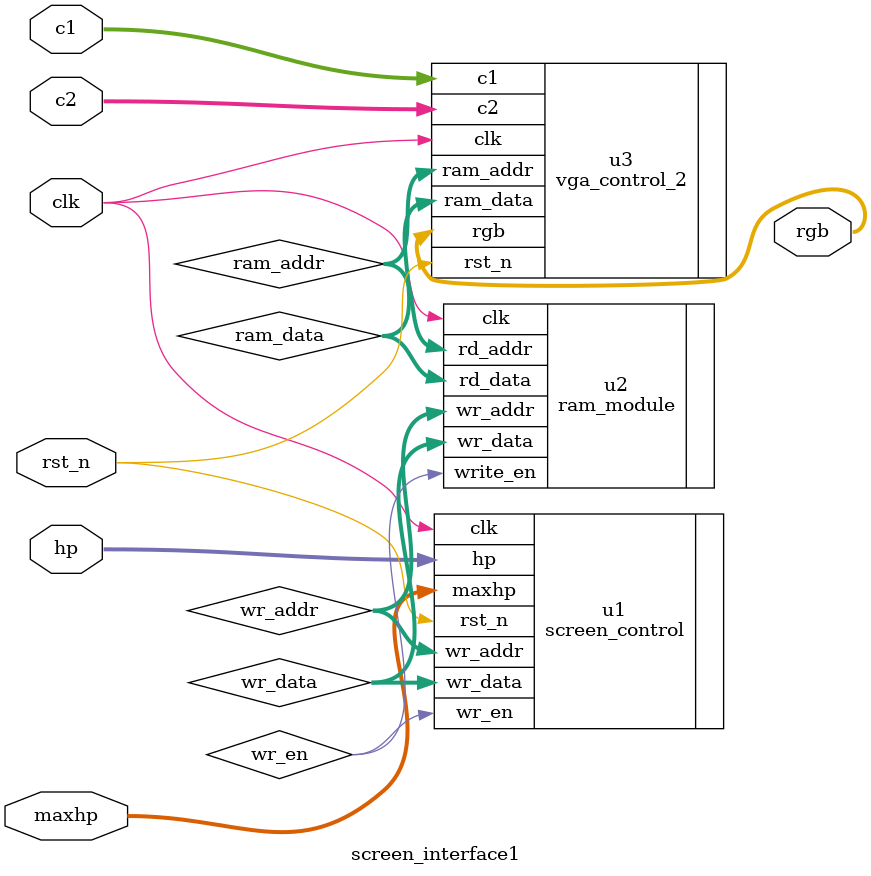
<source format=v>
module screen_interface1
(
    input clk,
    input rst_n,
    input [10:0] c1,
    input [10:0] c2,
    input [7:0] hp,
    input [7:0] maxhp,
    output [2:0]rgb
);

    wire wr_en;
    wire [10:0] wr_addr;
    wire [7:0]  wr_data;

    screen_control u1
    (
        .clk(clk),
        .rst_n(rst_n),
        .hp(hp),
        .maxhp(maxhp),
        .wr_en(wr_en),
        .wr_addr(wr_addr),
        .wr_data(wr_data)
    );
    
    wire [10:0] ram_addr;
    wire [7:0]  ram_data;
    
    ram_module u2
    (
        .clk(clk),
        // .rst_n(rst_n),
        .write_en(wr_en),
        .wr_addr(wr_addr),
        .wr_data(wr_data),
        .rd_addr(ram_addr),
        .rd_data(ram_data)
    );


    vga_control_2 u3
    (
        .clk(clk),
        .rst_n(rst_n),
        .c1(c1),
        .c2(c2),
        .rgb(rgb),
        .ram_addr(ram_addr),
        .ram_data(ram_data)
    );
    
endmodule


</source>
